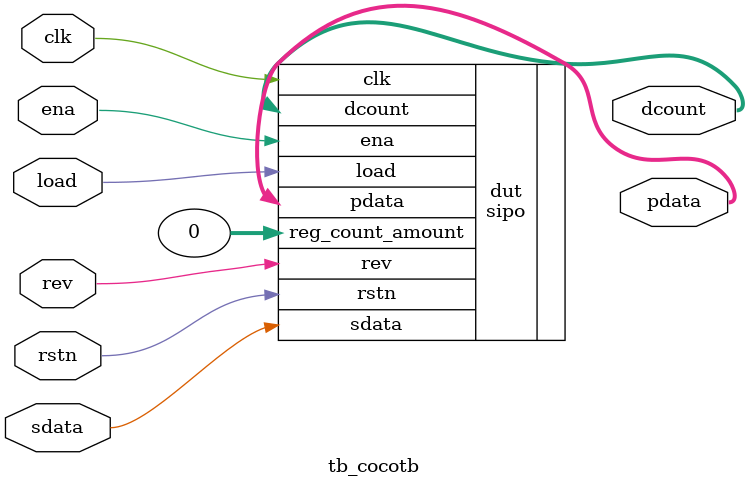
<source format=v>

`timescale 1ns/100ps

/*
 * Module: tb_cocotb
 *
 * SIPO interface DUT
 *
 * Parameters:
 *
 *   BUS_WIDTH       - Width of the data port in bytes.
 *
 * Ports:
 *
 *   clk     - Clock
 *   rstn    - negative reset
 *   ena     - enable for core, use to change input rate. Enable serial shift input.
 *   rev     - reverse, 0 is MSb first out, 1 is LSb first out.
 *   load    - load parallel data from core, and reset counters for next incoming serial data.
 *   pdata   - parallel data output, valid when dcount is BUS_WIDTH*8.
 *   sdata   - serialized data input.
 *   dcount  - Number of bits to shift out. BUS_WIDTH*8 means all bits have been sampled and put into the register.
 */
module tb_cocotb #(
    parameter BUS_WIDTH     = 4
  )
  (
      input                     clk,
      input                     rstn,
      input                     ena,
      input                     rev,
      input                     load,
      output  [BUS_WIDTH*8-1:0] pdata,
      input                     sdata,
      output  [ 7:0]            dcount
  );
  // fst dump command
  initial begin
    $dumpfile ("tb_cocotb.fst");
    $dumpvars (0, tb_cocotb);
    #1;
  end
  
  //Group: Instantiated Modules

  /*
   * Module: dut
   *
   * Device under test, sipo
   */
  sipo #(
    .BUS_WIDTH(BUS_WIDTH)
  ) dut (
    .clk(clk),
    .rstn(rstn),
    .ena(ena),
    .rev(rev),
    .load(load),
    .pdata(pdata),
    .reg_count_amount(0),
    .sdata(sdata),
    .dcount(dcount)
  );
  
endmodule


</source>
